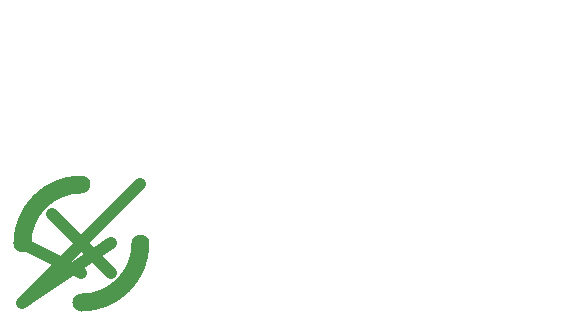
<source format=gbr>
%FSLAX26Y26*%
%MOMM*%
%LPD*%
%ADD10C,1.5*%
%ADD11C,1.25*%
%ADD12C,1*%
%ABD14*%
D11*
G02*
G75*
X0000000Y2500000D02*
%ABD15*%
D10*
G03*
G75*
X0000000Y-5000000D02*
X5000000Y0I0J5000000D01*
X0000000Y5000000D02*
X-10000000Y0I0J-5000000D01*
G01
D12
X5000000Y5000000D02*
X-5000000Y-5000000D01*
%AB*%
X2500000Y0I0J-2500000D01*
X0000000Y-2500000D02*
X-5000000Y0I0J2500000D01*
G01
X2500000Y-2500000D02*
X-2500000Y2500000D01*
%AB*%
D14*
X0Y0D03*
X40000000Y0D03*
X40000000Y20000000D03*
X0Y20000000D03*
X20000000Y0D03*
D15*
X0Y0D03*
X40000000Y0D03*
X40000000Y20000000D03*
X0Y20000000D03*
X20000000Y20000000D03*
M02*


</source>
